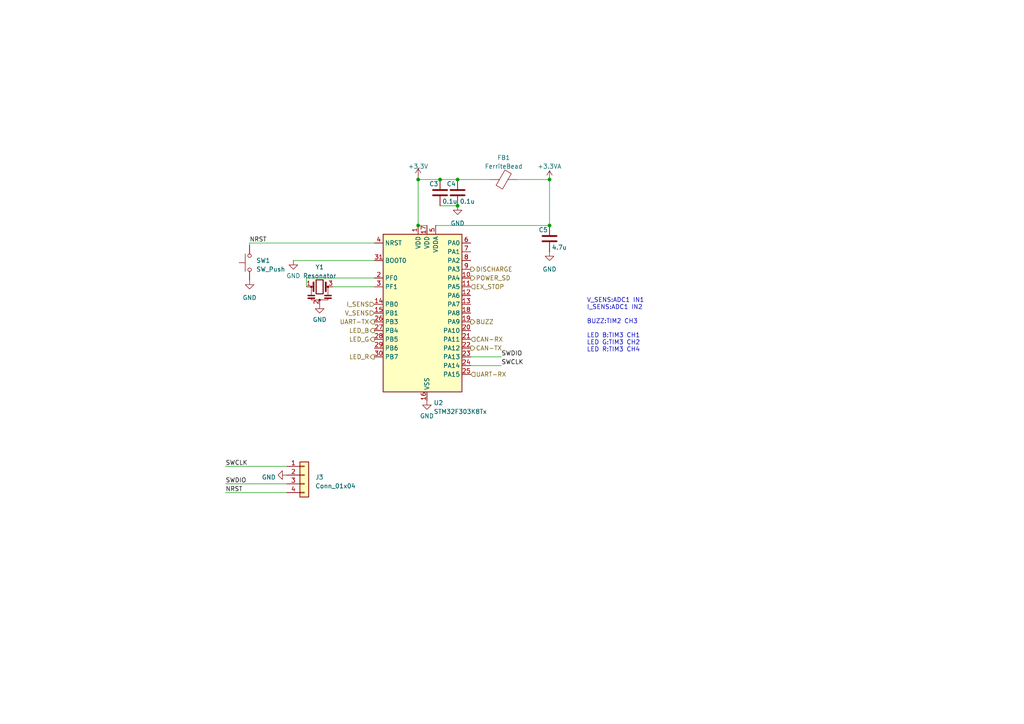
<source format=kicad_sch>
(kicad_sch (version 20231120) (generator "eeschema") (generator_version "8.0")
  (paper "A4")
  (lib_symbols
    (symbol "Connector_Generic:Conn_01x04" (pin_names (offset 1.016) hide)
      (property "Reference" "J" (at 0 5.08 0))
      (property "Value" "Conn_01x04" (at 0 -7.62 0))
      (symbol "Conn_01x04_1_1"
        (rectangle (start -1.27 -4.953) (end 0 -5.207) (stroke (width 0.1524)))
        (rectangle (start -1.27 -2.413) (end 0 -2.667) (stroke (width 0.1524)))
        (rectangle (start -1.27 0.127) (end 0 -0.127) (stroke (width 0.1524)))
        (rectangle (start -1.27 2.667) (end 0 2.413) (stroke (width 0.1524)))
        (rectangle (start -1.27 3.81) (end 1.27 -6.35) (stroke (width 0.254)) (fill (type background)))
        (pin passive line (at -5.08 2.54 0) (length 3.81) (name "Pin_1") (number "1"))
        (pin passive line (at -5.08 0 0) (length 3.81) (name "Pin_2") (number "2"))
        (pin passive line (at -5.08 -2.54 0) (length 3.81) (name "Pin_3") (number "3"))
        (pin passive line (at -5.08 -5.08 0) (length 3.81) (name "Pin_4") (number "4"))
      )
    )
    (symbol "Device:C" (pin_numbers hide) (pin_names (offset 0.254))
      (property "Reference" "C" (at 0.635 2.54 0))
      (property "Value" "C" (at 0.635 -2.54 0))
      (symbol "C_0_1"
        (polyline (pts (xy -2.032 -0.762) (xy 2.032 -0.762)) (stroke (width 0.508)))
        (polyline (pts (xy -2.032 0.762) (xy 2.032 0.762)) (stroke (width 0.508)))
      )
      (symbol "C_1_1"
        (pin passive line (at 0 3.81 270) (length 2.794) (name "~") (number "1"))
        (pin passive line (at 0 -3.81 90) (length 2.794) (name "~") (number "2"))
      )
    )
    (symbol "Device:FerriteBead" (pin_numbers hide) (pin_names (offset 0))
      (property "Reference" "FB" (at -3.81 0.635 90))
      (property "Value" "FerriteBead" (at 3.81 0 90))
      (symbol "FerriteBead_0_1"
        (polyline (pts (xy 0 -1.27) (xy 0 -1.2192)))
        (polyline (pts (xy 0 1.27) (xy 0 1.2954)))
        (polyline (pts (xy -2.7686 0.4064) (xy -1.7018 2.2606) (xy 2.7686 -0.3048) (xy 1.6764 -2.159) (xy -2.7686 0.4064)))
      )
      (symbol "FerriteBead_1_1"
        (pin passive line (at 0 3.81 270) (length 2.54) (name "~") (number "1"))
        (pin passive line (at 0 -3.81 90) (length 2.54) (name "~") (number "2"))
      )
    )
    (symbol "Device:Resonator" (pin_names (offset 1.016) hide)
      (property "Reference" "Y" (at 0 5.715 0))
      (property "Value" "Resonator" (at 0 3.81 0))
      (symbol "Resonator_0_1"
        (rectangle (start -3.429 -3.175) (end -1.397 -3.429) (fill (type outline)))
        (rectangle (start -3.429 -2.413) (end -1.397 -2.667) (fill (type outline)))
        (circle (center -2.413 0) (radius 0.254) (fill (type outline)))
        (rectangle (start -1.016 2.032) (end 1.016 -2.032) (stroke (width 0.3048)))
        (circle (center 0 -3.81) (radius 0.254) (fill (type outline)))
        (polyline (pts (xy -2.413 -2.413) (xy -2.413 0)))
        (polyline (pts (xy -1.905 0) (xy -3.175 0)))
        (polyline (pts (xy -1.778 -1.27) (xy -1.778 1.27)) (stroke (width 0.508)))
        (polyline (pts (xy 1.778 -1.27) (xy 1.778 1.27)) (stroke (width 0.508)))
        (polyline (pts (xy 1.905 0) (xy 2.54 0)))
        (polyline (pts (xy 2.413 0) (xy 2.413 -2.54)))
        (polyline (pts (xy 2.413 -3.302) (xy 2.413 -3.81) (xy -2.413 -3.81) (xy -2.413 -3.302)))
        (rectangle (start 1.397 -3.175) (end 3.429 -3.429) (fill (type outline)))
        (rectangle (start 1.397 -2.413) (end 3.429 -2.667) (fill (type outline)))
        (circle (center 2.413 0) (radius 0.254) (fill (type outline)))
      )
      (symbol "Resonator_1_1"
        (pin passive line (at -3.81 0 0) (length 1.27) (name "1") (number "1"))
        (pin passive line (at 0 -5.08 90) (length 1.27) (name "2") (number "2"))
        (pin passive line (at 3.81 0 180) (length 1.27) (name "3") (number "3"))
      )
    )
    (symbol "MCU_ST_STM32F3:STM32F303K8Tx"
      (property "Reference" "U" (at -10.16 24.13 0))
      (property "Value" "STM32F303K8Tx" (at 7.62 24.13 0))
      (symbol "STM32F303K8Tx_0_1"
        (rectangle (start -10.16 -22.86) (end 12.7 22.86) (stroke (width 0.254)) (fill (type background)))
      )
      (symbol "STM32F303K8Tx_1_1"
        (pin power_in line (at 0 25.4 270) (length 2.54) (name "VDD") (number "1"))
        (pin bidirectional line (at 15.24 10.16 180) (length 2.54) (name "PA4") (number "10"))
        (pin bidirectional line (at 15.24 7.62 180) (length 2.54) (name "PA5") (number "11"))
        (pin bidirectional line (at 15.24 5.08 180) (length 2.54) (name "PA6") (number "12"))
        (pin bidirectional line (at 15.24 2.54 180) (length 2.54) (name "PA7") (number "13"))
        (pin bidirectional line (at -12.7 2.54 0) (length 2.54) (name "PB0") (number "14"))
        (pin bidirectional line (at -12.7 0 0) (length 2.54) (name "PB1") (number "15"))
        (pin power_in line (at 2.54 -25.4 90) (length 2.54) (name "VSS") (number "16"))
        (pin power_in line (at 2.54 25.4 270) (length 2.54) (name "VDD") (number "17"))
        (pin bidirectional line (at 15.24 0 180) (length 2.54) (name "PA8") (number "18"))
        (pin bidirectional line (at 15.24 -2.54 180) (length 2.54) (name "PA9") (number "19"))
        (pin bidirectional line (at -12.7 10.16 0) (length 2.54) (name "PF0") (number "2"))
        (pin bidirectional line (at 15.24 -5.08 180) (length 2.54) (name "PA10") (number "20"))
        (pin bidirectional line (at 15.24 -7.62 180) (length 2.54) (name "PA11") (number "21"))
        (pin bidirectional line (at 15.24 -10.16 180) (length 2.54) (name "PA12") (number "22"))
        (pin bidirectional line (at 15.24 -12.7 180) (length 2.54) (name "PA13") (number "23"))
        (pin bidirectional line (at 15.24 -15.24 180) (length 2.54) (name "PA14") (number "24"))
        (pin bidirectional line (at 15.24 -17.78 180) (length 2.54) (name "PA15") (number "25"))
        (pin bidirectional line (at -12.7 -2.54 0) (length 2.54) (name "PB3") (number "26"))
        (pin bidirectional line (at -12.7 -5.08 0) (length 2.54) (name "PB4") (number "27"))
        (pin bidirectional line (at -12.7 -7.62 0) (length 2.54) (name "PB5") (number "28"))
        (pin bidirectional line (at -12.7 -10.16 0) (length 2.54) (name "PB6") (number "29"))
        (pin bidirectional line (at -12.7 7.62 0) (length 2.54) (name "PF1") (number "3"))
        (pin bidirectional line (at -12.7 -12.7 0) (length 2.54) (name "PB7") (number "30"))
        (pin input line (at -12.7 15.24 0) (length 2.54) (name "BOOT0") (number "31"))
        (pin passive line (at 2.54 -25.4 90) (length 2.54) hide (name "VSS") (number "32"))
        (pin input line (at -12.7 20.32 0) (length 2.54) (name "NRST") (number "4"))
        (pin power_in line (at 5.08 25.4 270) (length 2.54) (name "VDDA") (number "5"))
        (pin bidirectional line (at 15.24 20.32 180) (length 2.54) (name "PA0") (number "6"))
        (pin bidirectional line (at 15.24 17.78 180) (length 2.54) (name "PA1") (number "7"))
        (pin bidirectional line (at 15.24 15.24 180) (length 2.54) (name "PA2") (number "8"))
        (pin bidirectional line (at 15.24 12.7 180) (length 2.54) (name "PA3") (number "9"))
      )
    )
    (symbol "Switch:SW_Push" (pin_numbers hide) (pin_names (offset 1.016) hide)
      (property "Reference" "SW" (at 1.27 2.54 0))
      (property "Value" "SW_Push" (at 0 -1.524 0))
      (symbol "SW_Push_0_1"
        (circle (center -2.032 0) (radius 0.508))
        (polyline (pts (xy 0 1.27) (xy 0 3.048)))
        (polyline (pts (xy 2.54 1.27) (xy -2.54 1.27)))
        (circle (center 2.032 0) (radius 0.508))
        (pin passive line (at -5.08 0 0) (length 2.54) (name "1") (number "1"))
        (pin passive line (at 5.08 0 180) (length 2.54) (name "2") (number "2"))
      )
    )
    (symbol "power:+3.3V" (power) (pin_names (offset 0))
      (property "Value" "+3.3V" (at 0 3.556 0))
      (symbol "+3.3V_0_1"
        (polyline (pts (xy -0.762 1.27) (xy 0 2.54)))
        (polyline (pts (xy 0 0) (xy 0 2.54)))
        (polyline (pts (xy 0 2.54) (xy 0.762 1.27)))
      )
      (symbol "+3.3V_1_1"
        (pin power_in line (at 0 0 90) (length 0) hide (name "+3.3V") (number "1"))
      )
    )
    (symbol "power:+3.3VA" (power) (pin_names (offset 0))
      (property "Value" "+3.3VA" (at 0 3.556 0))
      (symbol "+3.3VA_0_1"
        (polyline (pts (xy -0.762 1.27) (xy 0 2.54)))
        (polyline (pts (xy 0 0) (xy 0 2.54)))
        (polyline (pts (xy 0 2.54) (xy 0.762 1.27)))
      )
      (symbol "+3.3VA_1_1"
        (pin power_in line (at 0 0 90) (length 0) hide (name "+3.3VA") (number "1"))
      )
    )
    (symbol "power:GND" (power) (pin_names (offset 0))
      (property "Value" "GND" (at 0 -3.81 0))
      (symbol "GND_0_1"
        (polyline (pts (xy 0 0) (xy 0 -1.27) (xy 1.27 -1.27) (xy 0 -2.54) (xy -1.27 -1.27) (xy 0 -1.27)))
      )
      (symbol "GND_1_1"
        (pin power_in line (at 0 0 270) (length 0) hide (name "GND") (number "1"))
      )
    )
  )
  (junction (at 132.715 52.07))
  (junction (at 159.385 65.405))
  (junction (at 159.385 52.07))
  (junction (at 132.715 59.69))
  (junction (at 121.285 65.405))
  (junction (at 127.635 52.07))
  (junction (at 121.285 52.07))
  (wire (pts (xy 88.9 80.645) (xy 108.585 80.645)))
  (wire (pts (xy 121.285 65.405) (xy 123.825 65.405)))
  (wire (pts (xy 121.285 52.07) (xy 127.635 52.07)))
  (wire (pts (xy 88.9 80.645) (xy 88.9 83.185)))
  (wire (pts (xy 159.385 52.07) (xy 159.385 65.405)))
  (wire (pts (xy 149.86 52.07) (xy 159.385 52.07)))
  (wire (pts (xy 145.415 103.505) (xy 136.525 103.505)))
  (wire (pts (xy 85.09 75.565) (xy 108.585 75.565)))
  (wire (pts (xy 96.52 83.185) (xy 108.585 83.185)))
  (wire (pts (xy 65.405 140.335) (xy 83.185 140.335)))
  (wire (pts (xy 121.285 51.435) (xy 121.285 52.07)))
  (wire (pts (xy 83.185 135.255) (xy 65.405 135.255)))
  (wire (pts (xy 127.635 59.69) (xy 132.715 59.69)))
  (wire (pts (xy 127.635 52.07) (xy 132.715 52.07)))
  (wire (pts (xy 136.525 106.045) (xy 145.415 106.045)))
  (wire (pts (xy 132.715 52.07) (xy 142.24 52.07)))
  (wire (pts (xy 121.285 52.07) (xy 121.285 65.405)))
  (wire (pts (xy 65.405 142.875) (xy 83.185 142.875)))
  (wire (pts (xy 126.365 65.405) (xy 159.385 65.405)))
  (wire (pts (xy 72.39 71.12) (xy 72.39 70.485)))
  (wire (pts (xy 72.39 70.485) (xy 108.585 70.485)))
  (text "V_SENS:ADC1 IN1\nI_SENS:ADC1 IN2\n\nBUZZ:TIM2 CH3\n\nLED B:TIM3 CH1\nLED G:TIM3 CH2\nLED R:TIM3 CH4\n" (at 170.18 102.235 0) (effects (font (size 1.27 1.27)) (justify left bottom)))
  (label "SWCLK" (at 145.415 106.045 0))
  (label "SWDIO" (at 65.405 140.335 0))
  (label "NRST" (at 72.39 70.485 0))
  (label "NRST" (at 65.405 142.875 0))
  (label "SWCLK" (at 65.405 135.255 0))
  (label "SWDIO" (at 145.415 103.505 0))
  (hierarchical_label "LED_B" (shape output) (at 108.585 95.885 180))
  (hierarchical_label "I_SENS" (shape input) (at 108.585 88.265 180))
  (hierarchical_label "V_SENS" (shape input) (at 108.585 90.805 180))
  (hierarchical_label "UART-TX" (shape output) (at 108.585 93.345 180))
  (hierarchical_label "CAN-RX" (shape input) (at 136.525 98.425 0))
  (hierarchical_label "BUZZ" (shape output) (at 136.525 93.345 0))
  (hierarchical_label "LED_G" (shape output) (at 108.585 98.425 180))
  (hierarchical_label "EX_STOP" (shape input) (at 136.525 83.185 0))
  (hierarchical_label "UART-RX" (shape input) (at 136.525 108.585 0))
  (hierarchical_label "LED_R" (shape output) (at 108.585 103.505 180))
  (hierarchical_label "CAN-TX" (shape output) (at 136.525 100.965 0))
  (hierarchical_label "POWER_SD" (shape output) (at 136.525 80.645 0))
  (hierarchical_label "DISCHARGE" (shape output) (at 136.525 78.105 0))
  (symbol (lib_id "Device:C") (at 132.715 55.88 0) (unit 1)
    (property "Reference" "C4" (at 129.54 53.34 0) (effects (justify left)))
    (property "Value" "0.1u" (at 133.35 58.42 0) (effects (justify left)))
    (property "Footprint" "Capacitor_SMD:C_0603_1608Metric_Pad1.08x0.95mm_HandSolder" (effects (hide yes)))
  )
  (symbol (lib_id "Connector_Generic:Conn_01x04") (at 88.265 137.795 0) (unit 1)
    (property "Reference" "J3" (at 91.44 138.43 0) (effects (justify left)))
    (property "Value" "Conn_01x04" (at 91.44 140.97 0) (effects (justify left)))
    (property "Footprint" "Connector_JST:JST_SH_SM04B-SRSS-TB_1x04-1MP_P1.00mm_Horizontal" (effects (hide yes)))
  )
  (symbol (lib_id "power:GND") (at 132.715 59.69 0) (unit 1)
    (property "Reference" "#PWR033" (effects (hide yes)))
    (property "Value" "GND" (at 132.715 64.77 0))
  )
  (symbol (lib_id "Device:C") (at 127.635 55.88 0) (unit 1)
    (property "Reference" "C3" (at 124.46 53.34 0) (effects (justify left)))
    (property "Value" "0.1u" (at 128.27 58.42 0) (effects (justify left)))
    (property "Footprint" "Capacitor_SMD:C_0603_1608Metric_Pad1.08x0.95mm_HandSolder" (effects (hide yes)))
  )
  (symbol (lib_id "Device:Resonator") (at 92.71 83.185 0) (unit 1)
    (property "Reference" "Y1" (at 92.71 77.47 0))
    (property "Value" "Resonator" (at 92.71 80.01 0))
    (property "Footprint" "Crystal:Resonator_SMD_Murata_CSTxExxV-3Pin_3.0x1.1mm_HandSoldering" (effects (hide yes)))
  )
  (symbol (lib_id "power:GND") (at 92.71 88.265 0) (unit 1)
    (property "Reference" "#PWR030" (effects (hide yes)))
    (property "Value" "GND" (at 92.71 92.71 0))
  )
  (symbol (lib_id "Switch:SW_Push") (at 72.39 76.2 90) (unit 1)
    (property "Reference" "SW1" (at 74.295 75.565 90) (effects (justify right)))
    (property "Value" "SW_Push" (at 74.295 78.105 90) (effects (justify right)))
    (property "Footprint" "Robocon_Switch:KMR621NG" (effects (hide yes)))
  )
  (symbol (lib_id "power:GND") (at 85.09 75.565 0) (unit 1)
    (property "Reference" "#PWR029" (effects (hide yes)))
    (property "Value" "GND" (at 85.09 80.01 0))
  )
  (symbol (lib_id "power:GND") (at 123.825 116.205 0) (unit 1)
    (property "Reference" "#PWR032" (effects (hide yes)))
    (property "Value" "GND" (at 123.825 120.65 0))
  )
  (symbol (lib_id "power:GND") (at 159.385 73.025 0) (unit 1)
    (property "Reference" "#PWR035" (effects (hide yes)))
    (property "Value" "GND" (at 159.385 78.105 0))
  )
  (symbol (lib_id "power:GND") (at 83.185 137.795 270) (mirror x) (unit 1)
    (property "Reference" "#PWR028" (effects (hide yes)))
    (property "Value" "GND" (at 80.01 138.43 90) (effects (justify right)))
    (instances (project "ぱわこ" (path "" (reference "#PWR028") (unit 1))) (project "MCU" (path "" (reference "#PWR032") (unit 1))) (project "よしはる" (path "" (reference "#PWR032") (unit 1))))
  )
  (symbol (lib_id "Device:C") (at 159.385 69.215 0) (unit 1)
    (property "Reference" "C5" (at 156.21 66.675 0) (effects (justify left)))
    (property "Value" "4.7u" (at 160.02 71.755 0) (effects (justify left)))
    (property "Footprint" "Capacitor_SMD:C_0805_2012Metric_Pad1.18x1.45mm_HandSolder" (effects (hide yes)))
  )
  (symbol (lib_id "Device:FerriteBead") (at 146.05 52.07 270) (unit 1)
    (property "Reference" "FB1" (at 146.1008 45.72 90))
    (property "Value" "FerriteBead" (at 146.1008 48.26 90))
    (property "Footprint" "Inductor_SMD:L_0603_1608Metric_Pad1.05x0.95mm_HandSolder" (effects (hide yes)))
  )
  (symbol (lib_id "power:GND") (at 72.39 81.28 0) (unit 1)
    (property "Reference" "#PWR027" (effects (hide yes)))
    (property "Value" "GND" (at 72.39 86.36 0))
  )
  (symbol (lib_id "MCU_ST_STM32F3:STM32F303K8Tx") (at 121.285 90.805 0) (unit 1)
    (property "Reference" "U2" (at 125.7809 116.84 0) (effects (justify left)))
    (property "Value" "STM32F303K8Tx" (at 125.7809 119.38 0) (effects (justify left)))
    (property "Footprint" "Package_QFP:LQFP-32_7x7mm_P0.8mm" (effects (hide yes)))
    (property "Datasheet" "https://www.st.com/resource/en/datasheet/stm32f303k8.pdf" (effects (hide yes)))
  )
  (symbol (lib_id "power:+3.3V") (at 121.285 51.435 0) (unit 1)
    (property "Reference" "#PWR031" (effects (hide yes)))
    (property "Value" "+3.3V" (at 121.285 48.26 0))
  )
  (symbol (lib_id "power:+3.3VA") (at 159.385 52.07 0) (unit 1)
    (property "Reference" "#PWR034" (effects (hide yes)))
    (property "Value" "+3.3VA" (at 159.385 48.26 0))
  )
)
</source>
